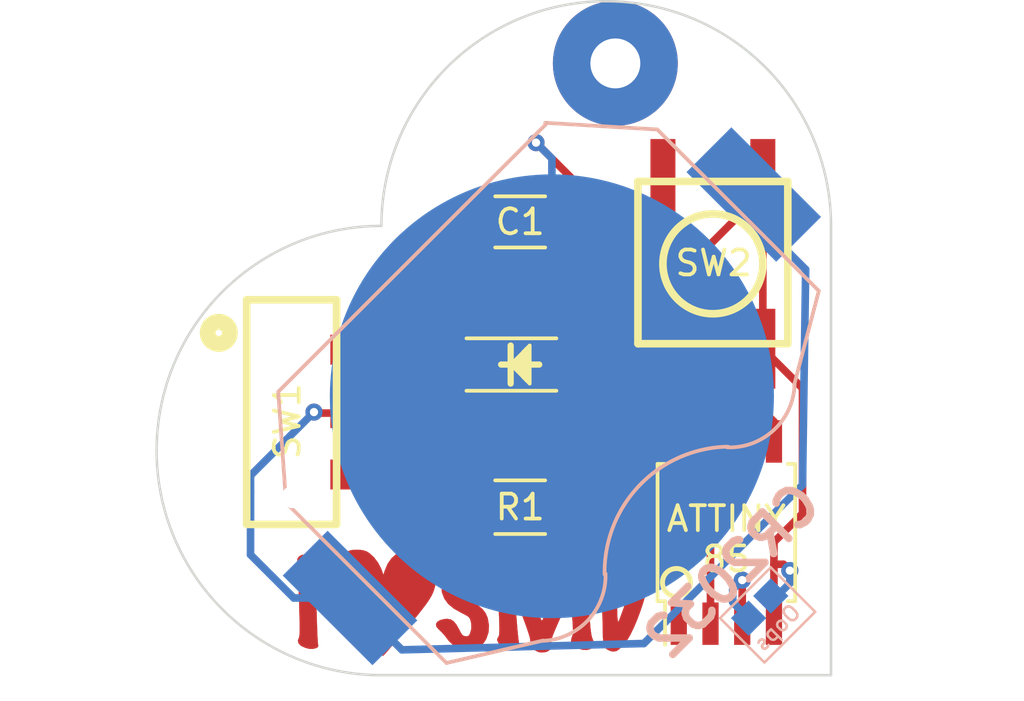
<source format=kicad_pcb>
(kicad_pcb (version 4) (host pcbnew 4.0.7)

  (general
    (links 15)
    (no_connects 1)
    (area 191.769999 76.199999 218.870001 103.300001)
    (thickness 1.6)
    (drawings 28)
    (tracks 87)
    (zones 0)
    (modules 11)
    (nets 11)
  )

  (page USLetter)
  (layers
    (0 F.Cu signal)
    (31 B.Cu signal)
    (34 B.Paste user)
    (35 F.Paste user)
    (36 B.SilkS user)
    (37 F.SilkS user hide)
    (38 B.Mask user)
    (39 F.Mask user)
    (40 Dwgs.User user)
    (44 Edge.Cuts user)
  )

  (setup
    (last_trace_width 0.4064)
    (user_trace_width 0.254)
    (user_trace_width 0.3048)
    (user_trace_width 0.4064)
    (user_trace_width 0.6096)
    (user_trace_width 2.032)
    (trace_clearance 0.1524)
    (zone_clearance 0.508)
    (zone_45_only no)
    (trace_min 0.1524)
    (segment_width 0.1)
    (edge_width 0.1)
    (via_size 0.6858)
    (via_drill 0.3302)
    (via_min_size 0.6858)
    (via_min_drill 0.3302)
    (user_via 1 0.5)
    (uvia_size 0.762)
    (uvia_drill 0.508)
    (uvias_allowed no)
    (uvia_min_size 0.508)
    (uvia_min_drill 0.127)
    (pcb_text_width 0.3)
    (pcb_text_size 1.5 1.5)
    (mod_edge_width 0.15)
    (mod_text_size 1 1)
    (mod_text_width 0.15)
    (pad_size 5 5)
    (pad_drill 2)
    (pad_to_mask_clearance 0)
    (aux_axis_origin 0 0)
    (grid_origin 210.82 95.25)
    (visible_elements 7FFFFBFF)
    (pcbplotparams
      (layerselection 0x010f0_80000001)
      (usegerberextensions true)
      (excludeedgelayer true)
      (linewidth 0.100000)
      (plotframeref false)
      (viasonmask false)
      (mode 1)
      (useauxorigin false)
      (hpglpennumber 1)
      (hpglpenspeed 20)
      (hpglpendiameter 15)
      (hpglpenoverlay 2)
      (psnegative false)
      (psa4output false)
      (plotreference true)
      (plotvalue true)
      (plotinvisibletext false)
      (padsonsilk false)
      (subtractmaskfromsilk false)
      (outputformat 1)
      (mirror false)
      (drillshape 0)
      (scaleselection 1)
      (outputdirectory gerbers/))
  )

  (net 0 "")
  (net 1 GND)
  (net 2 +BATT)
  (net 3 "Net-(BT1-Pad1)")
  (net 4 "Net-(D1-Pad1)")
  (net 5 "Net-(ATTINY1-Pad1)")
  (net 6 "Net-(ATTINY1-Pad2)")
  (net 7 "Net-(ATTINY1-Pad3)")
  (net 8 "Net-(ATTINY1-Pad5)")
  (net 9 "Net-(ATTINY1-Pad6)")
  (net 10 "Net-(ATTINY1-Pad7)")

  (net_class Default "This is the default net class."
    (clearance 0.1524)
    (trace_width 0.1524)
    (via_dia 0.6858)
    (via_drill 0.3302)
    (uvia_dia 0.762)
    (uvia_drill 0.508)
    (add_net +BATT)
    (add_net GND)
    (add_net "Net-(ATTINY1-Pad1)")
    (add_net "Net-(ATTINY1-Pad2)")
    (add_net "Net-(ATTINY1-Pad3)")
    (add_net "Net-(ATTINY1-Pad5)")
    (add_net "Net-(ATTINY1-Pad6)")
    (add_net "Net-(ATTINY1-Pad7)")
    (add_net "Net-(BT1-Pad1)")
    (add_net "Net-(D1-Pad1)")
  )

  (module myFootPrints:BATT_CR2032_SMD (layer B.Cu) (tedit 56CFB5D2) (tstamp 586093B2)
    (at 207.645 92.075 225)
    (tags battery)
    (path /56CFA61E)
    (fp_text reference BT1 (at 0 -5.08 225) (layer B.SilkS) hide
      (effects (font (size 1.72974 1.08712) (thickness 0.27178)) (justify mirror))
    )
    (fp_text value Battery (at 0 2.54 225) (layer B.SilkS) hide
      (effects (font (size 1.524 1.016) (thickness 0.254)) (justify mirror))
    )
    (fp_line (start -7.1755 -6.5405) (end -10.541 -4.572) (layer B.SilkS) (width 0.15))
    (fp_line (start 7.1755 -6.6675) (end 10.541 -4.572) (layer B.SilkS) (width 0.15))
    (fp_arc (start -5.4229 -4.6355) (end -3.5179 -6.4135) (angle -90) (layer B.SilkS) (width 0.15))
    (fp_arc (start 5.4102 -4.7625) (end 7.1882 -6.6675) (angle -90) (layer B.SilkS) (width 0.15))
    (fp_arc (start -0.0635 -10.033) (end -3.556 -6.4135) (angle -90) (layer B.SilkS) (width 0.15))
    (fp_line (start 7.62 7.874) (end 10.541 4.5085) (layer B.SilkS) (width 0.15))
    (fp_line (start -10.541 4.572) (end -7.5565 7.9375) (layer B.SilkS) (width 0.15))
    (fp_line (start -7.62 7.874) (end 7.62 7.874) (layer B.SilkS) (width 0.15))
    (fp_line (start -10.541 -4.572) (end -10.541 4.572) (layer B.SilkS) (width 0.15))
    (fp_line (start 10.541 -4.572) (end 10.541 4.572) (layer B.SilkS) (width 0.15))
    (fp_circle (center 0 0) (end -10.16 0) (layer Dwgs.User) (width 0.15))
    (pad 2 smd circle (at 0 0 225) (size 17.78 17.78) (layers B.Cu B.Paste B.Mask)
      (net 1 GND))
    (pad 1 smd rect (at -11.43 0 225) (size 2.54 5.08) (layers B.Cu B.Paste B.Mask)
      (net 3 "Net-(BT1-Pad1)"))
    (pad 1 smd rect (at 11.43 0 225) (size 2.54 5.08) (layers B.Cu B.Paste B.Mask)
      (net 3 "Net-(BT1-Pad1)"))
  )

  (module Pin_Headers:Pin_Header_Straight_1x01 (layer F.Cu) (tedit 5A2A157C) (tstamp 5A2A0E72)
    (at 215.519 100.965 45)
    (descr "Through hole pin header")
    (tags "pin header")
    (path /5A2A0FD5)
    (fp_text reference P2 (at 0 -1.27 45) (layer F.SilkS) hide
      (effects (font (size 1 1) (thickness 0.15)))
    )
    (fp_text value CONN_01X01 (at 0 0.762 45) (layer F.Fab)
      (effects (font (size 0.127 0.127) (thickness 0.03175)))
    )
    (pad 1 smd rect (at 0 0 45) (size 1 1) (layers B.Cu B.Paste B.Mask)
      (net 7 "Net-(ATTINY1-Pad3)"))
    (model Pin_Headers.3dshapes/Pin_Header_Straight_1x01.wrl
      (at (xyz 0 0 0))
      (scale (xyz 1 1 1))
      (rotate (xyz 0 0 90))
    )
  )

  (module Pin_Headers:Pin_Header_Straight_1x01 (layer F.Cu) (tedit 5A2A1594) (tstamp 5A2A0E77)
    (at 216.408 100.076 45)
    (descr "Through hole pin header")
    (tags "pin header")
    (path /5A2A100C)
    (fp_text reference P3 (at 0 -1.016 45) (layer F.SilkS) hide
      (effects (font (size 1 1) (thickness 0.15)))
    )
    (fp_text value CONN_01X01 (at 0 -0.762 45) (layer F.Fab)
      (effects (font (size 0.127 0.127) (thickness 0.03175)))
    )
    (pad 1 smd rect (at 0 0 45) (size 1 1) (layers B.Cu B.Paste B.Mask)
      (net 1 GND))
    (model Pin_Headers.3dshapes/Pin_Header_Straight_1x01.wrl
      (at (xyz 0 0 0))
      (scale (xyz 1 1 1))
      (rotate (xyz 0 0 90))
    )
  )

  (module Housings_SOIC:SOIJ-8_5.3x5.3mm_Pitch1.27mm (layer F.Cu) (tedit 5A2A11B7) (tstamp 58C47A99)
    (at 214.63 97.536 90)
    (descr "8-Lead Plastic Small Outline (SM) - Medium, 5.28 mm Body [SOIC] (see Microchip Packaging Specification 00000049BS.pdf)")
    (tags "SOIC 1.27")
    (path /58C478D3)
    (attr smd)
    (fp_text reference ATTINY1 (at 1.651 0 180) (layer F.SilkS) hide
      (effects (font (size 1 1) (thickness 0.15)))
    )
    (fp_text value ATTINY85 (at -0.254 0 180) (layer F.SilkS) hide
      (effects (font (size 1 1) (thickness 0.15)))
    )
    (fp_circle (center -2 -2) (end -2.25 -2.5) (layer F.SilkS) (width 0.2))
    (fp_line (start -4.75 -2.95) (end -4.75 2.95) (layer F.CrtYd) (width 0.05))
    (fp_line (start 4.75 -2.95) (end 4.75 2.95) (layer F.CrtYd) (width 0.05))
    (fp_line (start -4.75 -2.95) (end 4.75 -2.95) (layer F.CrtYd) (width 0.05))
    (fp_line (start -4.75 2.95) (end 4.75 2.95) (layer F.CrtYd) (width 0.05))
    (fp_line (start -2.75 -2.755) (end -2.75 -2.455) (layer F.SilkS) (width 0.15))
    (fp_line (start 2.75 -2.755) (end 2.75 -2.455) (layer F.SilkS) (width 0.15))
    (fp_line (start 2.75 2.755) (end 2.75 2.455) (layer F.SilkS) (width 0.15))
    (fp_line (start -2.75 2.755) (end -2.75 2.455) (layer F.SilkS) (width 0.15))
    (fp_line (start -2.75 -2.755) (end 2.75 -2.755) (layer F.SilkS) (width 0.15))
    (fp_line (start -2.75 2.755) (end 2.75 2.755) (layer F.SilkS) (width 0.15))
    (fp_line (start -2.75 -2.455) (end -4.5 -2.455) (layer F.SilkS) (width 0.15))
    (pad 1 smd rect (at -3.65 -1.905 90) (size 1.7 0.65) (layers F.Cu F.Paste F.Mask)
      (net 5 "Net-(ATTINY1-Pad1)"))
    (pad 2 smd rect (at -3.65 -0.635 90) (size 1.7 0.65) (layers F.Cu F.Paste F.Mask)
      (net 6 "Net-(ATTINY1-Pad2)"))
    (pad 3 smd rect (at -3.65 0.635 90) (size 1.7 0.65) (layers F.Cu F.Paste F.Mask)
      (net 7 "Net-(ATTINY1-Pad3)"))
    (pad 4 smd rect (at -3.65 1.905 90) (size 1.7 0.65) (layers F.Cu F.Paste F.Mask)
      (net 1 GND))
    (pad 5 smd rect (at 3.65 1.905 90) (size 1.7 0.65) (layers F.Cu F.Paste F.Mask)
      (net 8 "Net-(ATTINY1-Pad5)"))
    (pad 6 smd rect (at 3.65 0.635 90) (size 1.7 0.65) (layers F.Cu F.Paste F.Mask)
      (net 9 "Net-(ATTINY1-Pad6)"))
    (pad 7 smd rect (at 3.65 -0.635 90) (size 1.7 0.65) (layers F.Cu F.Paste F.Mask)
      (net 10 "Net-(ATTINY1-Pad7)"))
    (pad 8 smd rect (at 3.65 -1.905 90) (size 1.7 0.65) (layers F.Cu F.Paste F.Mask)
      (net 2 +BATT))
    (model Housings_SOIC.3dshapes/SOIJ-8_5.3x5.3mm_Pitch1.27mm.wrl
      (at (xyz 0 0 0))
      (scale (xyz 1 1 1))
      (rotate (xyz 0 0 0))
    )
  )

  (module LEDs:LED-1206 (layer F.Cu) (tedit 58C4D23A) (tstamp 58C47B3C)
    (at 206.375 90.805)
    (descr "LED 1206 smd package")
    (tags "LED1206 SMD")
    (path /58C49927)
    (attr smd)
    (fp_text reference D1 (at 0 -2) (layer F.SilkS) hide
      (effects (font (size 1 1) (thickness 0.15)))
    )
    (fp_text value LED (at 0 2) (layer F.Fab)
      (effects (font (size 1 1) (thickness 0.15)))
    )
    (fp_line (start -0.762 0) (end 0.762 0) (layer F.SilkS) (width 0.25))
    (fp_line (start -0.381 -0.762) (end -0.381 0.762) (layer F.SilkS) (width 0.25))
    (fp_line (start -0.635 0) (end -0.508 0) (layer F.SilkS) (width 0.15))
    (fp_line (start 0.254 0.635) (end 0.381 0.762) (layer F.SilkS) (width 0.15))
    (fp_line (start 0.254 -0.635) (end 0.381 -0.762) (layer F.SilkS) (width 0.15))
    (fp_line (start 0.381 -0.762) (end 0.381 0.762) (layer F.SilkS) (width 0.15))
    (fp_line (start 0.127 -0.508) (end 0.254 -0.635) (layer F.SilkS) (width 0.15))
    (fp_line (start 0.127 0.508) (end 0.254 0.635) (layer F.SilkS) (width 0.15))
    (fp_line (start 0.254 0.508) (end 0.254 0.635) (layer F.SilkS) (width 0.15))
    (fp_line (start 0.254 -0.635) (end 0.254 0.508) (layer F.SilkS) (width 0.15))
    (fp_line (start -2.15 1.05) (end 1.45 1.05) (layer F.SilkS) (width 0.15))
    (fp_line (start -2.15 -1.05) (end 1.45 -1.05) (layer F.SilkS) (width 0.15))
    (fp_line (start 0.027 -0.3) (end 0.027 0.3) (layer F.SilkS) (width 0.15))
    (fp_line (start 0.027 0.3) (end -0.273 0) (layer F.SilkS) (width 0.15))
    (fp_line (start -0.273 0) (end -0.073 -0.2) (layer F.SilkS) (width 0.15))
    (fp_line (start -0.073 -0.2) (end -0.073 0.05) (layer F.SilkS) (width 0.15))
    (fp_line (start -0.073 0.05) (end -0.123 0) (layer F.SilkS) (width 0.15))
    (fp_line (start 0.127 0) (end 0.627 0) (layer F.SilkS) (width 0.15))
    (fp_line (start -0.373 0) (end 0.127 -0.5) (layer F.SilkS) (width 0.15))
    (fp_line (start 0.127 -0.5) (end 0.127 0.5) (layer F.SilkS) (width 0.15))
    (fp_line (start 0.127 0.5) (end -0.373 0) (layer F.SilkS) (width 0.15))
    (fp_line (start 2.5 -1.25) (end -2.5 -1.25) (layer F.CrtYd) (width 0.05))
    (fp_line (start -2.5 -1.25) (end -2.5 1.25) (layer F.CrtYd) (width 0.05))
    (fp_line (start -2.5 1.25) (end 2.5 1.25) (layer F.CrtYd) (width 0.05))
    (fp_line (start 2.5 1.25) (end 2.5 -1.25) (layer F.CrtYd) (width 0.05))
    (pad 2 smd rect (at 1.905 0 180) (size 2 1.80086) (layers F.Cu F.Paste F.Mask)
      (net 8 "Net-(ATTINY1-Pad5)"))
    (pad 1 smd rect (at -1.905 0 180) (size 2 1.80086) (layers F.Cu F.Paste F.Mask)
      (net 4 "Net-(D1-Pad1)"))
    (model LEDs.3dshapes/LED_1206.wrl
      (at (xyz 0 0 0))
      (scale (xyz 1 1 1))
      (rotate (xyz 0 0 0))
    )
  )

  (module SPST_SMD (layer F.Cu) (tedit 58D85833) (tstamp 586092E3)
    (at 200.025 92.71 270)
    (descr "Through hole pin header")
    (tags "pin header")
    (path /5860A0CD)
    (fp_text reference SW1 (at 0.365 2.97 270) (layer F.SilkS)
      (effects (font (size 1 1) (thickness 0.15)))
    )
    (fp_text value SPST (at 0.1 0 270) (layer F.Fab)
      (effects (font (size 1 1) (thickness 0.15)))
    )
    (fp_line (start -4.5 4.6) (end 4.5 4.6) (layer F.SilkS) (width 0.3048))
    (fp_line (start 4.5 1) (end 4.5 4.6) (layer F.SilkS) (width 0.3048))
    (fp_line (start -4.5 1) (end -4.5 4.6) (layer F.SilkS) (width 0.3048))
    (fp_line (start -4.5 1) (end 4.5 1) (layer F.SilkS) (width 0.3048))
    (fp_text user JS102011SAQN (at 0 1.7 270) (layer F.Fab)
      (effects (font (size 0.8 0.8) (thickness 0.1)))
    )
    (fp_line (start -1.75 14.45) (end 4.3 14.45) (layer F.CrtYd) (width 0.05))
    (pad "" np_thru_hole circle (at 3.4 2.75 270) (size 0.9 0.9) (drill 0.9) (layers *.Cu *.Mask))
    (pad 1 smd rect (at -2.5 0 270) (size 1.2 2.5) (layers F.Cu F.Paste F.Mask)
      (net 2 +BATT))
    (pad 2 smd rect (at 0.04 0 270) (size 1.2 2.5) (layers F.Cu F.Paste F.Mask)
      (net 3 "Net-(BT1-Pad1)"))
    (pad 3 smd rect (at 2.5 0 270) (size 1.2 2.5) (layers F.Cu F.Paste F.Mask))
    (pad "" np_thru_hole circle (at -3.4 2.75 270) (size 0.9 0.9) (drill 0.9) (layers *.Cu *.Mask))
  )

  (module Pin_Headers:Pin_Header_Straight_1x01 (layer F.Cu) (tedit 5AE5BA91) (tstamp 5860AB5B)
    (at 210.185 78.74)
    (descr "Through hole pin header")
    (tags "pin header")
    (path /5860AE9A)
    (fp_text reference P1 (at -0.6 -0.5) (layer F.SilkS) hide
      (effects (font (size 0.127 0.127) (thickness 0.03175)))
    )
    (fp_text value CONN_01X01 (at 0 0.9) (layer F.Fab)
      (effects (font (size 0.127 0.127) (thickness 0.03175)))
    )
    (pad "" thru_hole circle (at 0 0) (size 5 5) (drill 2) (layers *.Cu B.Mask))
  )

  (module Capacitors_SMD:C_1206_HandSoldering (layer F.Cu) (tedit 58C47DA8) (tstamp 58C47A8D)
    (at 206.375 85.09 180)
    (descr "Capacitor SMD 1206, hand soldering")
    (tags "capacitor 1206")
    (path /553FDF53)
    (attr smd)
    (fp_text reference C1 (at 0 0 180) (layer F.SilkS)
      (effects (font (size 1 1) (thickness 0.15)))
    )
    (fp_text value "0.1 uF" (at 0 2.3 180) (layer F.Fab)
      (effects (font (size 1 1) (thickness 0.15)))
    )
    (fp_line (start -3.3 -1.15) (end 3.3 -1.15) (layer F.CrtYd) (width 0.05))
    (fp_line (start -3.3 1.15) (end 3.3 1.15) (layer F.CrtYd) (width 0.05))
    (fp_line (start -3.3 -1.15) (end -3.3 1.15) (layer F.CrtYd) (width 0.05))
    (fp_line (start 3.3 -1.15) (end 3.3 1.15) (layer F.CrtYd) (width 0.05))
    (fp_line (start 1 -1.025) (end -1 -1.025) (layer F.SilkS) (width 0.15))
    (fp_line (start -1 1.025) (end 1 1.025) (layer F.SilkS) (width 0.15))
    (pad 1 smd rect (at -2 0 180) (size 2 1.6) (layers F.Cu F.Paste F.Mask)
      (net 1 GND))
    (pad 2 smd rect (at 2 0 180) (size 2 1.6) (layers F.Cu F.Paste F.Mask)
      (net 2 +BATT))
    (model Capacitors_SMD.3dshapes/C_1206_HandSoldering.wrl
      (at (xyz 0 0 0))
      (scale (xyz 1 1 1))
      (rotate (xyz 0 0 0))
    )
  )

  (module Resistors_SMD:R_1206_HandSoldering (layer F.Cu) (tedit 58C47DAE) (tstamp 58C47A9F)
    (at 206.375 96.52)
    (descr "Resistor SMD 1206, hand soldering")
    (tags "resistor 1206")
    (path /56CEB2B5)
    (attr smd)
    (fp_text reference R1 (at 0 0) (layer F.SilkS)
      (effects (font (size 1 1) (thickness 0.15)))
    )
    (fp_text value 330 (at 0 2.3) (layer F.Fab)
      (effects (font (size 1 1) (thickness 0.15)))
    )
    (fp_line (start -3.3 -1.2) (end 3.3 -1.2) (layer F.CrtYd) (width 0.05))
    (fp_line (start -3.3 1.2) (end 3.3 1.2) (layer F.CrtYd) (width 0.05))
    (fp_line (start -3.3 -1.2) (end -3.3 1.2) (layer F.CrtYd) (width 0.05))
    (fp_line (start 3.3 -1.2) (end 3.3 1.2) (layer F.CrtYd) (width 0.05))
    (fp_line (start 1 1.075) (end -1 1.075) (layer F.SilkS) (width 0.15))
    (fp_line (start -1 -1.075) (end 1 -1.075) (layer F.SilkS) (width 0.15))
    (pad 1 smd rect (at -2 0) (size 2 1.7) (layers F.Cu F.Paste F.Mask)
      (net 4 "Net-(D1-Pad1)"))
    (pad 2 smd rect (at 2 0) (size 2 1.7) (layers F.Cu F.Paste F.Mask)
      (net 9 "Net-(ATTINY1-Pad6)"))
    (model Resistors_SMD.3dshapes/R_1206_HandSoldering.wrl
      (at (xyz 0 0 0))
      (scale (xyz 1 1 1))
      (rotate (xyz 0 0 0))
    )
  )

  (module myFootPrints:SW_SMD_PUSH (layer F.Cu) (tedit 5A2A1ABD) (tstamp 5A2A110C)
    (at 212.09 90.17 90)
    (descr "Through hole pin header")
    (tags "pin header")
    (path /58609F3B)
    (fp_text reference SW2 (at 3.429 2.032 180) (layer F.SilkS)
      (effects (font (size 1 1) (thickness 0.15)))
    )
    (fp_text value SW_PUSH (at 0 -3.1 90) (layer F.Fab)
      (effects (font (size 1 1) (thickness 0.15)))
    )
    (fp_circle (center 3.4 2) (end 3.4 0) (layer F.SilkS) (width 0.3048))
    (fp_line (start 6.7 5) (end 6.7 -1) (layer F.SilkS) (width 0.3048))
    (fp_line (start 0.2 -1) (end 0.2 5) (layer F.SilkS) (width 0.3048))
    (fp_line (start 0.2 5) (end 6.7 5) (layer F.SilkS) (width 0.3048))
    (fp_line (start 0.2 -1) (end 6.7 -1) (layer F.SilkS) (width 0.3048))
    (fp_line (start -1.75 -1.75) (end -1.75 14.45) (layer F.CrtYd) (width 0.05))
    (fp_line (start 4.3 -1.75) (end 4.3 14.45) (layer F.CrtYd) (width 0.05))
    (fp_line (start -1.75 -1.75) (end 4.3 -1.75) (layer F.CrtYd) (width 0.05))
    (fp_line (start -1.75 14.45) (end 4.3 14.45) (layer F.CrtYd) (width 0.05))
    (pad 2 smd rect (at 6.8 4 90) (size 3.2 1) (layers F.Cu F.Paste F.Mask)
      (net 1 GND))
    (pad 1 smd rect (at 6.8 0 90) (size 3.2 1) (layers F.Cu F.Paste F.Mask)
      (net 6 "Net-(ATTINY1-Pad2)"))
    (pad 1 smd rect (at 0 0 90) (size 3.2 1) (layers F.Cu F.Paste F.Mask)
      (net 6 "Net-(ATTINY1-Pad2)"))
    (pad 2 smd rect (at 0 4 90) (size 3.2 1) (layers F.Cu F.Paste F.Mask)
      (net 1 GND))
    (model Pin_Headers.3dshapes/Pin_Header_Straight_2x06.wrl
      (at (xyz 0.05 -0.25 0))
      (scale (xyz 1 1 1))
      (rotate (xyz 0 0 90))
    )
  )

  (module footprints:IheartSMD (layer F.Cu) (tedit 0) (tstamp 5AE5BD4C)
    (at 204.47 100.33)
    (fp_text reference G*** (at 0 0) (layer F.SilkS) hide
      (effects (font (thickness 0.3)))
    )
    (fp_text value LOGO (at 0.75 0) (layer F.SilkS) hide
      (effects (font (thickness 0.3)))
    )
    (fp_poly (pts (xy -2.34405 -2.096245) (xy -2.105224 -2.02035) (xy -1.879461 -1.87745) (xy -1.67627 -1.665485)
      (xy -1.672077 -1.659965) (xy -1.535728 -1.428984) (xy -1.466826 -1.179985) (xy -1.462632 -0.900188)
      (xy -1.480305 -0.765648) (xy -1.506685 -0.630011) (xy -1.540934 -0.503324) (xy -1.587938 -0.377969)
      (xy -1.652583 -0.246325) (xy -1.739753 -0.100773) (xy -1.854334 0.066306) (xy -2.001212 0.26253)
      (xy -2.185271 0.495519) (xy -2.411397 0.772893) (xy -2.65632 1.068462) (xy -2.863883 1.316796)
      (xy -3.056151 1.544929) (xy -3.227337 1.746142) (xy -3.371657 1.913715) (xy -3.483327 2.040929)
      (xy -3.55656 2.121066) (xy -3.585338 2.147469) (xy -3.616012 2.117825) (xy -3.690038 2.034352)
      (xy -3.801593 1.903968) (xy -3.944854 1.733589) (xy -4.114 1.530133) (xy -4.303208 1.300517)
      (xy -4.474308 1.091353) (xy -4.682749 0.833626) (xy -4.880586 0.585062) (xy -5.060943 0.354598)
      (xy -5.216944 0.151173) (xy -5.34171 -0.016276) (xy -5.428366 -0.13881) (xy -5.462934 -0.193553)
      (xy -5.575671 -0.442679) (xy -5.651356 -0.710052) (xy -5.68505 -0.970983) (xy -5.671813 -1.200783)
      (xy -5.668122 -1.219233) (xy -5.570242 -1.503796) (xy -5.409772 -1.744798) (xy -5.251857 -1.892196)
      (xy -5.056812 -2.018715) (xy -4.866654 -2.087112) (xy -4.650419 -2.106675) (xy -4.549401 -2.10289)
      (xy -4.38003 -2.082879) (xy -4.251303 -2.040775) (xy -4.13585 -1.971583) (xy -3.949099 -1.803253)
      (xy -3.782896 -1.584088) (xy -3.657219 -1.341409) (xy -3.638259 -1.291192) (xy -3.5686 -1.093389)
      (xy -3.518915 -1.259848) (xy -3.401368 -1.54273) (xy -3.239839 -1.770965) (xy -3.043835 -1.942494)
      (xy -2.822863 -2.055257) (xy -2.586433 -2.107194) (xy -2.34405 -2.096245)) (layer F.Cu) (width 0.01))
    (fp_poly (pts (xy 4.210181 -1.942334) (xy 4.354907 -1.898655) (xy 4.509585 -1.8085) (xy 4.610951 -1.696348)
      (xy 4.652707 -1.574999) (xy 4.628556 -1.457256) (xy 4.595388 -1.409846) (xy 4.581052 -1.384052)
      (xy 4.571272 -1.338764) (xy 4.566268 -1.266233) (xy 4.566261 -1.158706) (xy 4.571472 -1.008433)
      (xy 4.582122 -0.807662) (xy 4.598431 -0.548642) (xy 4.620622 -0.223622) (xy 4.635014 -0.019538)
      (xy 4.661576 0.347706) (xy 4.684425 0.645637) (xy 4.704585 0.882954) (xy 4.723077 1.068352)
      (xy 4.740923 1.210532) (xy 4.759146 1.318189) (xy 4.778769 1.400021) (xy 4.800814 1.464727)
      (xy 4.812779 1.492748) (xy 4.86011 1.604073) (xy 4.874765 1.673783) (xy 4.858609 1.73037)
      (xy 4.831274 1.775435) (xy 4.727443 1.867301) (xy 4.579917 1.910188) (xy 4.406042 1.903922)
      (xy 4.223164 1.848332) (xy 4.103179 1.782706) (xy 3.983992 1.677881) (xy 3.938703 1.562564)
      (xy 3.963135 1.422748) (xy 3.982132 1.376791) (xy 4.003807 1.317943) (xy 4.016854 1.247058)
      (xy 4.021452 1.150344) (xy 4.017776 1.014007) (xy 4.006003 0.824256) (xy 3.991631 0.63433)
      (xy 3.969436 0.343476) (xy 3.951134 0.123274) (xy 3.932095 -0.02632) (xy 3.90769 -0.105355)
      (xy 3.873292 -0.113877) (xy 3.824271 -0.051932) (xy 3.755999 0.080433) (xy 3.663846 0.283171)
      (xy 3.543184 0.556235) (xy 3.510691 0.629481) (xy 3.388617 0.905519) (xy 3.295606 1.120487)
      (xy 3.22816 1.284362) (xy 3.182779 1.407121) (xy 3.155967 1.498742) (xy 3.144223 1.5692)
      (xy 3.144049 1.628474) (xy 3.148128 1.663394) (xy 3.157036 1.778047) (xy 3.133809 1.852855)
      (xy 3.083401 1.909807) (xy 2.998885 1.969379) (xy 2.926596 1.992923) (xy 2.836247 2.001972)
      (xy 2.806965 2.008896) (xy 2.735111 2.009803) (xy 2.633855 1.989851) (xy 2.631163 1.98908)
      (xy 2.495802 1.920102) (xy 2.387776 1.81079) (xy 2.32431 1.683267) (xy 2.316829 1.585344)
      (xy 2.313086 1.512089) (xy 2.285363 1.390157) (xy 2.231922 1.213828) (xy 2.151025 0.977378)
      (xy 2.040931 0.675086) (xy 2.036923 0.664308) (xy 1.938752 0.40259) (xy 1.863553 0.208096)
      (xy 1.808302 0.074349) (xy 1.769975 -0.00513) (xy 1.745546 -0.036821) (xy 1.731991 -0.0272)
      (xy 1.727307 0.00118) (xy 1.726457 0.088072) (xy 1.73201 0.23249) (xy 1.742731 0.419067)
      (xy 1.757384 0.632437) (xy 1.774733 0.857233) (xy 1.793542 1.07809) (xy 1.812575 1.279639)
      (xy 1.830597 1.446516) (xy 1.846371 1.563353) (xy 1.856776 1.611074) (xy 1.850116 1.689328)
      (xy 1.789813 1.776366) (xy 1.695651 1.85421) (xy 1.587414 1.904882) (xy 1.522557 1.91477)
      (xy 1.362158 1.882289) (xy 1.201376 1.797514) (xy 1.071842 1.679447) (xy 1.0319 1.620012)
      (xy 0.989323 1.530362) (xy 0.986847 1.469528) (xy 1.023841 1.399627) (xy 1.028116 1.393074)
      (xy 1.045638 1.361348) (xy 1.058987 1.320474) (xy 1.068212 1.262057) (xy 1.07336 1.177702)
      (xy 1.074479 1.059016) (xy 1.071618 0.897605) (xy 1.064824 0.685073) (xy 1.054145 0.413028)
      (xy 1.039629 0.073075) (xy 1.036102 -0.007605) (xy 1.019704 -0.352791) (xy 1.002199 -0.668962)
      (xy 0.984253 -0.946912) (xy 0.966532 -1.177432) (xy 0.9497 -1.351314) (xy 0.934422 -1.459349)
      (xy 0.929803 -1.479092) (xy 0.902461 -1.586355) (xy 0.905961 -1.651164) (xy 0.947559 -1.705573)
      (xy 0.989516 -1.742861) (xy 1.11924 -1.813726) (xy 1.276952 -1.840572) (xy 1.44522 -1.828416)
      (xy 1.606611 -1.782277) (xy 1.743692 -1.707175) (xy 1.839031 -1.608128) (xy 1.875194 -1.490154)
      (xy 1.875195 -1.48788) (xy 1.889061 -1.432449) (xy 1.927988 -1.318218) (xy 1.987643 -1.155951)
      (xy 2.063688 -0.956414) (xy 2.151789 -0.730373) (xy 2.247611 -0.488593) (xy 2.346818 -0.241838)
      (xy 2.445074 -0.000876) (xy 2.538044 0.223529) (xy 2.621394 0.420612) (xy 2.690786 0.579607)
      (xy 2.741886 0.689749) (xy 2.770359 0.740272) (xy 2.773341 0.74233) (xy 2.797641 0.707698)
      (xy 2.846672 0.610777) (xy 2.916109 0.46183) (xy 3.001627 0.271121) (xy 3.098901 0.048913)
      (xy 3.203606 -0.194531) (xy 3.311417 -0.448948) (xy 3.418009 -0.704075) (xy 3.519058 -0.949648)
      (xy 3.610237 -1.175404) (xy 3.687223 -1.37108) (xy 3.74569 -1.526414) (xy 3.781314 -1.631141)
      (xy 3.790461 -1.671302) (xy 3.822869 -1.806741) (xy 3.911858 -1.900375) (xy 4.045079 -1.947231)
      (xy 4.210181 -1.942334)) (layer F.Cu) (width 0.01))
    (fp_poly (pts (xy 6.611152 -1.865882) (xy 6.768849 -1.761157) (xy 6.916401 -1.590471) (xy 6.945923 -1.547851)
      (xy 7.025612 -1.412648) (xy 7.063559 -1.291976) (xy 7.072923 -1.150907) (xy 7.055285 -0.924379)
      (xy 7.005674 -0.644287) (xy 6.929042 -0.325947) (xy 6.830339 0.015324) (xy 6.714518 0.36421)
      (xy 6.58653 0.705395) (xy 6.451328 1.023562) (xy 6.313862 1.303394) (xy 6.234125 1.443614)
      (xy 6.144558 1.574225) (xy 6.037521 1.705783) (xy 5.9277 1.822894) (xy 5.82978 1.910163)
      (xy 5.758446 1.952196) (xy 5.747391 1.953847) (xy 5.679798 1.965695) (xy 5.65958 1.97196)
      (xy 5.58984 1.969808) (xy 5.493372 1.939564) (xy 5.490307 1.938222) (xy 5.404553 1.897661)
      (xy 5.339203 1.854595) (xy 5.291255 1.798295) (xy 5.257705 1.718032) (xy 5.235552 1.603077)
      (xy 5.221792 1.442701) (xy 5.213422 1.226174) (xy 5.207441 0.942768) (xy 5.207147 0.926493)
      (xy 5.199974 0.594325) (xy 5.190449 0.254891) (xy 5.179064 -0.081148) (xy 5.166307 -0.40313)
      (xy 5.152668 -0.700395) (xy 5.138637 -0.962283) (xy 5.132537 -1.056781) (xy 5.783384 -1.056781)
      (xy 5.783384 -0.199432) (xy 5.784524 0.120145) (xy 5.788206 0.36829) (xy 5.794827 0.551695)
      (xy 5.804782 0.677053) (xy 5.818468 0.751057) (xy 5.836279 0.780398) (xy 5.841398 0.781539)
      (xy 5.857413 0.746785) (xy 5.89456 0.65099) (xy 5.948084 0.506858) (xy 6.013233 0.327089)
      (xy 6.049789 0.224693) (xy 6.170786 -0.122019) (xy 6.2647 -0.406164) (xy 6.334202 -0.637446)
      (xy 6.381963 -0.825565) (xy 6.410655 -0.980226) (xy 6.422948 -1.111129) (xy 6.423632 -1.13323)
      (xy 6.422684 -1.258376) (xy 6.408739 -1.325289) (xy 6.375296 -1.353618) (xy 6.348764 -1.359522)
      (xy 6.278291 -1.344743) (xy 6.167015 -1.295181) (xy 6.037911 -1.22122) (xy 6.026379 -1.213836)
      (xy 5.783384 -1.056781) (xy 5.132537 -1.056781) (xy 5.124702 -1.178131) (xy 5.111355 -1.33728)
      (xy 5.099083 -1.429069) (xy 5.098956 -1.429663) (xy 5.091105 -1.515274) (xy 5.122008 -1.58235)
      (xy 5.201495 -1.65836) (xy 5.294825 -1.726139) (xy 5.380789 -1.751003) (xy 5.49977 -1.74412)
      (xy 5.507835 -1.743074) (xy 5.642889 -1.738311) (xy 5.790445 -1.763592) (xy 5.95923 -1.816398)
      (xy 6.218137 -1.890292) (xy 6.431513 -1.907857) (xy 6.611152 -1.865882)) (layer F.Cu) (width 0.01))
    (fp_poly (pts (xy -0.08157 -1.924859) (xy 0.119595 -1.818609) (xy 0.279311 -1.647326) (xy 0.396236 -1.412426)
      (xy 0.466339 -1.132373) (xy 0.500202 -0.862655) (xy 0.501546 -0.65965) (xy 0.468366 -0.518122)
      (xy 0.398658 -0.432833) (xy 0.290417 -0.398547) (xy 0.187007 -0.402567) (xy 0.022986 -0.458462)
      (xy -0.107678 -0.566887) (xy -0.193914 -0.710176) (xy -0.22465 -0.870663) (xy -0.196209 -1.014011)
      (xy -0.167136 -1.109175) (xy -0.181089 -1.172167) (xy -0.195414 -1.191881) (xy -0.278029 -1.245413)
      (xy -0.369251 -1.232389) (xy -0.45776 -1.161828) (xy -0.532239 -1.042744) (xy -0.581313 -0.884458)
      (xy -0.600584 -0.68899) (xy -0.574129 -0.522805) (xy -0.495226 -0.375621) (xy -0.357152 -0.237156)
      (xy -0.153185 -0.097128) (xy -0.0149 -0.018128) (xy 0.223532 0.127163) (xy 0.396984 0.271723)
      (xy 0.51748 0.428179) (xy 0.597046 0.609158) (xy 0.604015 0.631773) (xy 0.655343 0.924217)
      (xy 0.636198 1.206319) (xy 0.548448 1.466012) (xy 0.450415 1.623815) (xy 0.286878 1.776761)
      (xy 0.079863 1.875382) (xy -0.154297 1.915659) (xy -0.399267 1.89357) (xy -0.512491 1.860858)
      (xy -0.748329 1.740098) (xy -0.946 1.556863) (xy -1.022725 1.45561) (xy -1.121166 1.327126)
      (xy -1.230147 1.205768) (xy -1.27831 1.15977) (xy -1.368909 1.071732) (xy -1.43624 0.991383)
      (xy -1.448715 0.971564) (xy -1.465512 0.873525) (xy -1.414822 0.786441) (xy -1.307233 0.717766)
      (xy -1.153334 0.674957) (xy -1.012348 0.664308) (xy -0.876932 0.686654) (xy -0.758934 0.759596)
      (xy -0.648527 0.891984) (xy -0.535883 1.092672) (xy -0.535153 1.094154) (xy -0.465871 1.228004)
      (xy -0.41207 1.306136) (xy -0.358451 1.34467) (xy -0.289713 1.359726) (xy -0.282378 1.360469)
      (xy -0.194043 1.359893) (xy -0.141119 1.322752) (xy -0.096762 1.234724) (xy -0.046514 1.054309)
      (xy -0.050882 0.865654) (xy -0.080832 0.730435) (xy -0.105883 0.658031) (xy -0.144138 0.601611)
      (xy -0.210683 0.54875) (xy -0.320602 0.487023) (xy -0.46023 0.417902) (xy -0.755259 0.249762)
      (xy -0.977739 0.06329) (xy -1.132413 -0.14826) (xy -1.224021 -0.391633) (xy -1.257305 -0.673574)
      (xy -1.257581 -0.71638) (xy -1.228979 -1.026375) (xy -1.150871 -1.305792) (xy -1.029403 -1.546426)
      (xy -0.870719 -1.740071) (xy -0.680962 -1.878524) (xy -0.466276 -1.953578) (xy -0.322842 -1.964662)
      (xy -0.08157 -1.924859)) (layer F.Cu) (width 0.01))
    (fp_poly (pts (xy -6.518611 -1.882257) (xy -6.409155 -1.83689) (xy -6.276787 -1.754816) (xy -6.213258 -1.670643)
      (xy -6.210551 -1.568093) (xy -6.236569 -1.486461) (xy -6.251088 -1.43895) (xy -6.262123 -1.372811)
      (xy -6.269766 -1.28017) (xy -6.274107 -1.153157) (xy -6.275237 -0.983901) (xy -6.273246 -0.76453)
      (xy -6.268226 -0.487173) (xy -6.260268 -0.143958) (xy -6.254608 0.078154) (xy -6.245346 0.41081)
      (xy -6.235495 0.724) (xy -6.225449 1.00785) (xy -6.215604 1.252481) (xy -6.206357 1.448018)
      (xy -6.198102 1.584584) (xy -6.1916 1.65037) (xy -6.180359 1.748638) (xy -6.20133 1.800393)
      (xy -6.266818 1.834698) (xy -6.270189 1.835985) (xy -6.406266 1.868926) (xy -6.552799 1.859856)
      (xy -6.691624 1.823843) (xy -6.862868 1.747438) (xy -6.964249 1.649742) (xy -6.993148 1.534965)
      (xy -6.948992 1.410561) (xy -6.936851 1.371172) (xy -6.928407 1.293703) (xy -6.923653 1.17199)
      (xy -6.922584 0.999871) (xy -6.925194 0.771185) (xy -6.931478 0.479767) (xy -6.941429 0.119456)
      (xy -6.947627 -0.083601) (xy -6.958527 -0.414351) (xy -6.969819 -0.72455) (xy -6.98107 -1.004507)
      (xy -6.991847 -1.244531) (xy -7.001715 -1.434928) (xy -7.010242 -1.566007) (xy -7.016649 -1.626487)
      (xy -7.01007 -1.750297) (xy -6.943571 -1.842421) (xy -6.830558 -1.898219) (xy -6.684436 -1.913045)
      (xy -6.518611 -1.882257)) (layer F.Cu) (width 0.01))
    (fp_poly (pts (xy -2.34405 -2.096245) (xy -2.105224 -2.02035) (xy -1.879461 -1.87745) (xy -1.67627 -1.665485)
      (xy -1.672077 -1.659965) (xy -1.535728 -1.428984) (xy -1.466826 -1.179985) (xy -1.462632 -0.900188)
      (xy -1.480305 -0.765648) (xy -1.506685 -0.630011) (xy -1.540934 -0.503324) (xy -1.587938 -0.377969)
      (xy -1.652583 -0.246325) (xy -1.739753 -0.100773) (xy -1.854334 0.066306) (xy -2.001212 0.26253)
      (xy -2.185271 0.495519) (xy -2.411397 0.772893) (xy -2.65632 1.068462) (xy -2.863883 1.316796)
      (xy -3.056151 1.544929) (xy -3.227337 1.746142) (xy -3.371657 1.913715) (xy -3.483327 2.040929)
      (xy -3.55656 2.121066) (xy -3.585338 2.147469) (xy -3.616012 2.117825) (xy -3.690038 2.034352)
      (xy -3.801593 1.903968) (xy -3.944854 1.733589) (xy -4.114 1.530133) (xy -4.303208 1.300517)
      (xy -4.474308 1.091353) (xy -4.682749 0.833626) (xy -4.880586 0.585062) (xy -5.060943 0.354598)
      (xy -5.216944 0.151173) (xy -5.34171 -0.016276) (xy -5.428366 -0.13881) (xy -5.462934 -0.193553)
      (xy -5.575671 -0.442679) (xy -5.651356 -0.710052) (xy -5.68505 -0.970983) (xy -5.671813 -1.200783)
      (xy -5.668122 -1.219233) (xy -5.570242 -1.503796) (xy -5.409772 -1.744798) (xy -5.251857 -1.892196)
      (xy -5.056812 -2.018715) (xy -4.866654 -2.087112) (xy -4.650419 -2.106675) (xy -4.549401 -2.10289)
      (xy -4.38003 -2.082879) (xy -4.251303 -2.040775) (xy -4.13585 -1.971583) (xy -3.949099 -1.803253)
      (xy -3.782896 -1.584088) (xy -3.657219 -1.341409) (xy -3.638259 -1.291192) (xy -3.5686 -1.093389)
      (xy -3.518915 -1.259848) (xy -3.401368 -1.54273) (xy -3.239839 -1.770965) (xy -3.043835 -1.942494)
      (xy -2.822863 -2.055257) (xy -2.586433 -2.107194) (xy -2.34405 -2.096245)) (layer F.Mask) (width 0.01))
    (fp_poly (pts (xy 4.210181 -1.942334) (xy 4.354907 -1.898655) (xy 4.509585 -1.8085) (xy 4.610951 -1.696348)
      (xy 4.652707 -1.574999) (xy 4.628556 -1.457256) (xy 4.595388 -1.409846) (xy 4.581052 -1.384052)
      (xy 4.571272 -1.338764) (xy 4.566268 -1.266233) (xy 4.566261 -1.158706) (xy 4.571472 -1.008433)
      (xy 4.582122 -0.807662) (xy 4.598431 -0.548642) (xy 4.620622 -0.223622) (xy 4.635014 -0.019538)
      (xy 4.661576 0.347706) (xy 4.684425 0.645637) (xy 4.704585 0.882954) (xy 4.723077 1.068352)
      (xy 4.740923 1.210532) (xy 4.759146 1.318189) (xy 4.778769 1.400021) (xy 4.800814 1.464727)
      (xy 4.812779 1.492748) (xy 4.86011 1.604073) (xy 4.874765 1.673783) (xy 4.858609 1.73037)
      (xy 4.831274 1.775435) (xy 4.727443 1.867301) (xy 4.579917 1.910188) (xy 4.406042 1.903922)
      (xy 4.223164 1.848332) (xy 4.103179 1.782706) (xy 3.983992 1.677881) (xy 3.938703 1.562564)
      (xy 3.963135 1.422748) (xy 3.982132 1.376791) (xy 4.003807 1.317943) (xy 4.016854 1.247058)
      (xy 4.021452 1.150344) (xy 4.017776 1.014007) (xy 4.006003 0.824256) (xy 3.991631 0.63433)
      (xy 3.969436 0.343476) (xy 3.951134 0.123274) (xy 3.932095 -0.02632) (xy 3.90769 -0.105355)
      (xy 3.873292 -0.113877) (xy 3.824271 -0.051932) (xy 3.755999 0.080433) (xy 3.663846 0.283171)
      (xy 3.543184 0.556235) (xy 3.510691 0.629481) (xy 3.388617 0.905519) (xy 3.295606 1.120487)
      (xy 3.22816 1.284362) (xy 3.182779 1.407121) (xy 3.155967 1.498742) (xy 3.144223 1.5692)
      (xy 3.144049 1.628474) (xy 3.148128 1.663394) (xy 3.157036 1.778047) (xy 3.133809 1.852855)
      (xy 3.083401 1.909807) (xy 2.998885 1.969379) (xy 2.926596 1.992923) (xy 2.836247 2.001972)
      (xy 2.806965 2.008896) (xy 2.735111 2.009803) (xy 2.633855 1.989851) (xy 2.631163 1.98908)
      (xy 2.495802 1.920102) (xy 2.387776 1.81079) (xy 2.32431 1.683267) (xy 2.316829 1.585344)
      (xy 2.313086 1.512089) (xy 2.285363 1.390157) (xy 2.231922 1.213828) (xy 2.151025 0.977378)
      (xy 2.040931 0.675086) (xy 2.036923 0.664308) (xy 1.938752 0.40259) (xy 1.863553 0.208096)
      (xy 1.808302 0.074349) (xy 1.769975 -0.00513) (xy 1.745546 -0.036821) (xy 1.731991 -0.0272)
      (xy 1.727307 0.00118) (xy 1.726457 0.088072) (xy 1.73201 0.23249) (xy 1.742731 0.419067)
      (xy 1.757384 0.632437) (xy 1.774733 0.857233) (xy 1.793542 1.07809) (xy 1.812575 1.279639)
      (xy 1.830597 1.446516) (xy 1.846371 1.563353) (xy 1.856776 1.611074) (xy 1.850116 1.689328)
      (xy 1.789813 1.776366) (xy 1.695651 1.85421) (xy 1.587414 1.904882) (xy 1.522557 1.91477)
      (xy 1.362158 1.882289) (xy 1.201376 1.797514) (xy 1.071842 1.679447) (xy 1.0319 1.620012)
      (xy 0.989323 1.530362) (xy 0.986847 1.469528) (xy 1.023841 1.399627) (xy 1.028116 1.393074)
      (xy 1.045638 1.361348) (xy 1.058987 1.320474) (xy 1.068212 1.262057) (xy 1.07336 1.177702)
      (xy 1.074479 1.059016) (xy 1.071618 0.897605) (xy 1.064824 0.685073) (xy 1.054145 0.413028)
      (xy 1.039629 0.073075) (xy 1.036102 -0.007605) (xy 1.019704 -0.352791) (xy 1.002199 -0.668962)
      (xy 0.984253 -0.946912) (xy 0.966532 -1.177432) (xy 0.9497 -1.351314) (xy 0.934422 -1.459349)
      (xy 0.929803 -1.479092) (xy 0.902461 -1.586355) (xy 0.905961 -1.651164) (xy 0.947559 -1.705573)
      (xy 0.989516 -1.742861) (xy 1.11924 -1.813726) (xy 1.276952 -1.840572) (xy 1.44522 -1.828416)
      (xy 1.606611 -1.782277) (xy 1.743692 -1.707175) (xy 1.839031 -1.608128) (xy 1.875194 -1.490154)
      (xy 1.875195 -1.48788) (xy 1.889061 -1.432449) (xy 1.927988 -1.318218) (xy 1.987643 -1.155951)
      (xy 2.063688 -0.956414) (xy 2.151789 -0.730373) (xy 2.247611 -0.488593) (xy 2.346818 -0.241838)
      (xy 2.445074 -0.000876) (xy 2.538044 0.223529) (xy 2.621394 0.420612) (xy 2.690786 0.579607)
      (xy 2.741886 0.689749) (xy 2.770359 0.740272) (xy 2.773341 0.74233) (xy 2.797641 0.707698)
      (xy 2.846672 0.610777) (xy 2.916109 0.46183) (xy 3.001627 0.271121) (xy 3.098901 0.048913)
      (xy 3.203606 -0.194531) (xy 3.311417 -0.448948) (xy 3.418009 -0.704075) (xy 3.519058 -0.949648)
      (xy 3.610237 -1.175404) (xy 3.687223 -1.37108) (xy 3.74569 -1.526414) (xy 3.781314 -1.631141)
      (xy 3.790461 -1.671302) (xy 3.822869 -1.806741) (xy 3.911858 -1.900375) (xy 4.045079 -1.947231)
      (xy 4.210181 -1.942334)) (layer F.Mask) (width 0.01))
    (fp_poly (pts (xy 6.611152 -1.865882) (xy 6.768849 -1.761157) (xy 6.916401 -1.590471) (xy 6.945923 -1.547851)
      (xy 7.025612 -1.412648) (xy 7.063559 -1.291976) (xy 7.072923 -1.150907) (xy 7.055285 -0.924379)
      (xy 7.005674 -0.644287) (xy 6.929042 -0.325947) (xy 6.830339 0.015324) (xy 6.714518 0.36421)
      (xy 6.58653 0.705395) (xy 6.451328 1.023562) (xy 6.313862 1.303394) (xy 6.234125 1.443614)
      (xy 6.144558 1.574225) (xy 6.037521 1.705783) (xy 5.9277 1.822894) (xy 5.82978 1.910163)
      (xy 5.758446 1.952196) (xy 5.747391 1.953847) (xy 5.679798 1.965695) (xy 5.65958 1.97196)
      (xy 5.58984 1.969808) (xy 5.493372 1.939564) (xy 5.490307 1.938222) (xy 5.404553 1.897661)
      (xy 5.339203 1.854595) (xy 5.291255 1.798295) (xy 5.257705 1.718032) (xy 5.235552 1.603077)
      (xy 5.221792 1.442701) (xy 5.213422 1.226174) (xy 5.207441 0.942768) (xy 5.207147 0.926493)
      (xy 5.199974 0.594325) (xy 5.190449 0.254891) (xy 5.179064 -0.081148) (xy 5.166307 -0.40313)
      (xy 5.152668 -0.700395) (xy 5.138637 -0.962283) (xy 5.132537 -1.056781) (xy 5.783384 -1.056781)
      (xy 5.783384 -0.199432) (xy 5.784524 0.120145) (xy 5.788206 0.36829) (xy 5.794827 0.551695)
      (xy 5.804782 0.677053) (xy 5.818468 0.751057) (xy 5.836279 0.780398) (xy 5.841398 0.781539)
      (xy 5.857413 0.746785) (xy 5.89456 0.65099) (xy 5.948084 0.506858) (xy 6.013233 0.327089)
      (xy 6.049789 0.224693) (xy 6.170786 -0.122019) (xy 6.2647 -0.406164) (xy 6.334202 -0.637446)
      (xy 6.381963 -0.825565) (xy 6.410655 -0.980226) (xy 6.422948 -1.111129) (xy 6.423632 -1.13323)
      (xy 6.422684 -1.258376) (xy 6.408739 -1.325289) (xy 6.375296 -1.353618) (xy 6.348764 -1.359522)
      (xy 6.278291 -1.344743) (xy 6.167015 -1.295181) (xy 6.037911 -1.22122) (xy 6.026379 -1.213836)
      (xy 5.783384 -1.056781) (xy 5.132537 -1.056781) (xy 5.124702 -1.178131) (xy 5.111355 -1.33728)
      (xy 5.099083 -1.429069) (xy 5.098956 -1.429663) (xy 5.091105 -1.515274) (xy 5.122008 -1.58235)
      (xy 5.201495 -1.65836) (xy 5.294825 -1.726139) (xy 5.380789 -1.751003) (xy 5.49977 -1.74412)
      (xy 5.507835 -1.743074) (xy 5.642889 -1.738311) (xy 5.790445 -1.763592) (xy 5.95923 -1.816398)
      (xy 6.218137 -1.890292) (xy 6.431513 -1.907857) (xy 6.611152 -1.865882)) (layer F.Mask) (width 0.01))
    (fp_poly (pts (xy -0.08157 -1.924859) (xy 0.119595 -1.818609) (xy 0.279311 -1.647326) (xy 0.396236 -1.412426)
      (xy 0.466339 -1.132373) (xy 0.500202 -0.862655) (xy 0.501546 -0.65965) (xy 0.468366 -0.518122)
      (xy 0.398658 -0.432833) (xy 0.290417 -0.398547) (xy 0.187007 -0.402567) (xy 0.022986 -0.458462)
      (xy -0.107678 -0.566887) (xy -0.193914 -0.710176) (xy -0.22465 -0.870663) (xy -0.196209 -1.014011)
      (xy -0.167136 -1.109175) (xy -0.181089 -1.172167) (xy -0.195414 -1.191881) (xy -0.278029 -1.245413)
      (xy -0.369251 -1.232389) (xy -0.45776 -1.161828) (xy -0.532239 -1.042744) (xy -0.581313 -0.884458)
      (xy -0.600584 -0.68899) (xy -0.574129 -0.522805) (xy -0.495226 -0.375621) (xy -0.357152 -0.237156)
      (xy -0.153185 -0.097128) (xy -0.0149 -0.018128) (xy 0.223532 0.127163) (xy 0.396984 0.271723)
      (xy 0.51748 0.428179) (xy 0.597046 0.609158) (xy 0.604015 0.631773) (xy 0.655343 0.924217)
      (xy 0.636198 1.206319) (xy 0.548448 1.466012) (xy 0.450415 1.623815) (xy 0.286878 1.776761)
      (xy 0.079863 1.875382) (xy -0.154297 1.915659) (xy -0.399267 1.89357) (xy -0.512491 1.860858)
      (xy -0.748329 1.740098) (xy -0.946 1.556863) (xy -1.022725 1.45561) (xy -1.121166 1.327126)
      (xy -1.230147 1.205768) (xy -1.27831 1.15977) (xy -1.368909 1.071732) (xy -1.43624 0.991383)
      (xy -1.448715 0.971564) (xy -1.465512 0.873525) (xy -1.414822 0.786441) (xy -1.307233 0.717766)
      (xy -1.153334 0.674957) (xy -1.012348 0.664308) (xy -0.876932 0.686654) (xy -0.758934 0.759596)
      (xy -0.648527 0.891984) (xy -0.535883 1.092672) (xy -0.535153 1.094154) (xy -0.465871 1.228004)
      (xy -0.41207 1.306136) (xy -0.358451 1.34467) (xy -0.289713 1.359726) (xy -0.282378 1.360469)
      (xy -0.194043 1.359893) (xy -0.141119 1.322752) (xy -0.096762 1.234724) (xy -0.046514 1.054309)
      (xy -0.050882 0.865654) (xy -0.080832 0.730435) (xy -0.105883 0.658031) (xy -0.144138 0.601611)
      (xy -0.210683 0.54875) (xy -0.320602 0.487023) (xy -0.46023 0.417902) (xy -0.755259 0.249762)
      (xy -0.977739 0.06329) (xy -1.132413 -0.14826) (xy -1.224021 -0.391633) (xy -1.257305 -0.673574)
      (xy -1.257581 -0.71638) (xy -1.228979 -1.026375) (xy -1.150871 -1.305792) (xy -1.029403 -1.546426)
      (xy -0.870719 -1.740071) (xy -0.680962 -1.878524) (xy -0.466276 -1.953578) (xy -0.322842 -1.964662)
      (xy -0.08157 -1.924859)) (layer F.Mask) (width 0.01))
    (fp_poly (pts (xy -6.518611 -1.882257) (xy -6.409155 -1.83689) (xy -6.276787 -1.754816) (xy -6.213258 -1.670643)
      (xy -6.210551 -1.568093) (xy -6.236569 -1.486461) (xy -6.251088 -1.43895) (xy -6.262123 -1.372811)
      (xy -6.269766 -1.28017) (xy -6.274107 -1.153157) (xy -6.275237 -0.983901) (xy -6.273246 -0.76453)
      (xy -6.268226 -0.487173) (xy -6.260268 -0.143958) (xy -6.254608 0.078154) (xy -6.245346 0.41081)
      (xy -6.235495 0.724) (xy -6.225449 1.00785) (xy -6.215604 1.252481) (xy -6.206357 1.448018)
      (xy -6.198102 1.584584) (xy -6.1916 1.65037) (xy -6.180359 1.748638) (xy -6.20133 1.800393)
      (xy -6.266818 1.834698) (xy -6.270189 1.835985) (xy -6.406266 1.868926) (xy -6.552799 1.859856)
      (xy -6.691624 1.823843) (xy -6.862868 1.747438) (xy -6.964249 1.649742) (xy -6.993148 1.534965)
      (xy -6.948992 1.410561) (xy -6.936851 1.371172) (xy -6.928407 1.293703) (xy -6.923653 1.17199)
      (xy -6.922584 0.999871) (xy -6.925194 0.771185) (xy -6.931478 0.479767) (xy -6.941429 0.119456)
      (xy -6.947627 -0.083601) (xy -6.958527 -0.414351) (xy -6.969819 -0.72455) (xy -6.98107 -1.004507)
      (xy -6.991847 -1.244531) (xy -7.001715 -1.434928) (xy -7.010242 -1.566007) (xy -7.016649 -1.626487)
      (xy -7.01007 -1.750297) (xy -6.943571 -1.842421) (xy -6.830558 -1.898219) (xy -6.684436 -1.913045)
      (xy -6.518611 -1.882257)) (layer F.Mask) (width 0.01))
  )

  (gr_line (start 216.408 98.933) (end 214.376 100.965) (angle 90) (layer B.SilkS) (width 0.1))
  (gr_line (start 218.186 100.711) (end 216.408 98.933) (angle 90) (layer B.SilkS) (width 0.1))
  (gr_line (start 218.059 100.838) (end 218.186 100.711) (angle 90) (layer B.SilkS) (width 0.1))
  (gr_line (start 216.154 102.743) (end 218.059 100.838) (angle 90) (layer B.SilkS) (width 0.1))
  (gr_line (start 216.027 102.616) (end 216.154 102.743) (angle 90) (layer B.SilkS) (width 0.1))
  (gr_line (start 214.376 100.965) (end 216.027 102.616) (angle 90) (layer B.SilkS) (width 0.1))
  (gr_text Oops (at 216.662 101.346 45) (layer B.SilkS)
    (effects (font (size 0.6 0.6) (thickness 0.1)) (justify mirror))
  )
  (gr_text "ATTINY\n85" (at 214.63 97.79) (layer F.SilkS)
    (effects (font (size 1 1) (thickness 0.15)))
  )
  (gr_text CR2032 (at 214.884 99.06 45) (layer B.SilkS)
    (effects (font (size 1.5 1.5) (thickness 0.3)) (justify mirror))
  )
  (gr_circle (center 194.31 89.535) (end 194.31 89.662) (layer F.SilkS) (width 0.3))
  (gr_circle (center 194.31 89.535) (end 194.437 89.916) (layer F.SilkS) (width 0.254))
  (gr_circle (center 194.31 89.535) (end 193.675 89.535) (layer F.SilkS) (width 0.254))
  (gr_line (start 200.82 103.25) (end 196.82 99.25) (angle 90) (layer Dwgs.User) (width 0.254))
  (gr_line (start 202.82 101.25) (end 200.82 103.25) (angle 90) (layer Dwgs.User) (width 0.254))
  (gr_line (start 198.82 97.25) (end 202.82 101.25) (angle 90) (layer Dwgs.User) (width 0.254))
  (gr_line (start 196.82 99.25) (end 198.82 97.25) (angle 90) (layer Dwgs.User) (width 0.254))
  (gr_line (start 216.82 87.25) (end 218.82 85.25) (angle 90) (layer Dwgs.User) (width 0.254))
  (gr_line (start 216.82 87.25) (end 212.82 83.25) (angle 90) (layer Dwgs.User) (width 0.254))
  (gr_line (start 214.82 81.25) (end 218.82 85.25) (angle 90) (layer Dwgs.User) (width 0.254))
  (gr_line (start 212.82 83.25) (end 214.82 81.25) (angle 90) (layer Dwgs.User) (width 0.254))
  (gr_circle (center 207.82 92.25) (end 197.82 90.25) (layer Dwgs.User) (width 0.254))
  (gr_line (start 200.82 103.25) (end 218.82 103.25) (angle 90) (layer Edge.Cuts) (width 0.1))
  (gr_arc (start 200.82 94.25) (end 200.82 103.25) (angle 90) (layer Edge.Cuts) (width 0.1))
  (gr_arc (start 200.82 94.25) (end 191.82 94.25) (angle 90) (layer Edge.Cuts) (width 0.1))
  (gr_arc (start 209.82 85.25) (end 200.82 85.25) (angle 90) (layer Edge.Cuts) (width 0.1))
  (gr_arc (start 209.82 85.25) (end 209.82 76.25) (angle 90) (layer Edge.Cuts) (width 0.1))
  (gr_line (start 218.82 103.25) (end 218.82 85.25) (angle 90) (layer Edge.Cuts) (width 0.1))
  (gr_line (start 202.32 86.75) (end 219.82 104.25) (angle 90) (layer Dwgs.User) (width 0.1))

  (segment (start 216.408 100.33) (end 217.17 99.568) (width 0.3048) (layer B.Cu) (net 1))
  (segment (start 217.17 99.568) (end 217.17 99.06) (width 0.3048) (layer B.Cu) (net 1) (tstamp 5A2A14FC))
  (via (at 217.17 99.06) (size 0.6858) (drill 0.3302) (layers F.Cu B.Cu) (net 1))
  (segment (start 217.17 99.06) (end 216.916 98.806) (width 0.3048) (layer F.Cu) (net 1) (tstamp 5A2A1504))
  (segment (start 216.916 98.806) (end 216.535 98.806) (width 0.3048) (layer F.Cu) (net 1) (tstamp 5A2A1505))
  (segment (start 207.645 92.075) (end 207.645 82.55) (width 0.3048) (layer B.Cu) (net 1))
  (segment (start 208.375 83.28) (end 208.375 85.09) (width 0.3048) (layer F.Cu) (net 1) (tstamp 5A2A18F5))
  (segment (start 207.01 81.915) (end 208.375 83.28) (width 0.3048) (layer F.Cu) (net 1) (tstamp 5A2A18F4))
  (via (at 207.01 81.915) (size 0.6858) (drill 0.3302) (layers F.Cu B.Cu) (net 1))
  (segment (start 207.645 82.55) (end 207.01 81.915) (width 0.3048) (layer B.Cu) (net 1) (tstamp 5A2A18E9))
  (segment (start 211.455 86.106) (end 210.566 86.106) (width 0.3048) (layer F.Cu) (net 1))
  (segment (start 209.55 85.09) (end 208.375 85.09) (width 0.3048) (layer F.Cu) (net 1) (tstamp 5A2A18BD))
  (segment (start 210.566 86.106) (end 209.55 85.09) (width 0.3048) (layer F.Cu) (net 1) (tstamp 5A2A18BC))
  (segment (start 216.09 83.37) (end 216.09 83.884) (width 0.3048) (layer F.Cu) (net 1))
  (segment (start 216.09 83.884) (end 213.868 86.106) (width 0.3048) (layer F.Cu) (net 1) (tstamp 5A2A17F9))
  (segment (start 213.868 86.106) (end 211.455 86.106) (width 0.3048) (layer F.Cu) (net 1) (tstamp 5A2A17FB))
  (segment (start 211.455 86.106) (end 211.328 86.106) (width 0.3048) (layer F.Cu) (net 1) (tstamp 5A2A18BA))
  (segment (start 216.09 90.17) (end 216.09 83.37) (width 0.3048) (layer F.Cu) (net 1))
  (segment (start 216.535 98.806) (end 216.535 97.917) (width 0.3048) (layer F.Cu) (net 1))
  (segment (start 217.678 91.758) (end 216.09 90.17) (width 0.3048) (layer F.Cu) (net 1) (tstamp 5A2A1777))
  (segment (start 217.678 96.774) (end 217.678 91.758) (width 0.3048) (layer F.Cu) (net 1) (tstamp 5A2A1774))
  (segment (start 216.535 97.917) (end 217.678 96.774) (width 0.3048) (layer F.Cu) (net 1) (tstamp 5A2A1772))
  (segment (start 216.535 101.186) (end 216.535 98.806) (width 0.3048) (layer F.Cu) (net 1))
  (segment (start 208.375 85.09) (end 208.375 85.122) (width 0.3048) (layer F.Cu) (net 1))
  (segment (start 200.025 90.21) (end 201.255 90.21) (width 0.4064) (layer F.Cu) (net 2) (status C00000))
  (segment (start 201.255 90.21) (end 202.057 89.408) (width 0.4064) (layer F.Cu) (net 2) (tstamp 5AE5BEB7) (status 400000))
  (segment (start 202.057 87.408) (end 204.375 85.09) (width 0.4064) (layer F.Cu) (net 2) (tstamp 5AE5BEBC) (status 800000))
  (segment (start 202.057 89.408) (end 202.057 87.408) (width 0.4064) (layer F.Cu) (net 2) (tstamp 5AE5BEB9))
  (segment (start 200.025 90.21) (end 201.208 90.21) (width 0.4064) (layer F.Cu) (net 2))
  (segment (start 201.208 90.21) (end 202.057 91.059) (width 0.4064) (layer F.Cu) (net 2) (tstamp 5AE5BD76))
  (segment (start 202.057 91.059) (end 202.057 97.282) (width 0.4064) (layer F.Cu) (net 2) (tstamp 5AE5BD77))
  (segment (start 202.057 97.282) (end 202.692 97.917) (width 0.4064) (layer F.Cu) (net 2) (tstamp 5AE5BD78))
  (segment (start 202.692 97.917) (end 210.566 97.917) (width 0.4064) (layer F.Cu) (net 2) (tstamp 5AE5BD79))
  (segment (start 210.566 97.917) (end 211.201 97.282) (width 0.4064) (layer F.Cu) (net 2) (tstamp 5AE5BD7A))
  (segment (start 211.201 97.282) (end 211.201 95.41) (width 0.4064) (layer F.Cu) (net 2) (tstamp 5AE5BD7B))
  (segment (start 211.201 95.41) (end 212.725 93.886) (width 0.4064) (layer F.Cu) (net 2) (tstamp 5AE5BD7C))
  (segment (start 204.47 85.185) (end 204.375 85.09) (width 0.3048) (layer F.Cu) (net 2) (tstamp 5A2A1908))
  (segment (start 204.47 84.995) (end 204.375 85.09) (width 0.3048) (layer F.Cu) (net 2) (tstamp 58D85785))
  (segment (start 204.375 85.09) (end 204.089 85.09) (width 0.3048) (layer F.Cu) (net 2))
  (segment (start 195.58 95.25) (end 198.12 92.71) (width 0.3048) (layer B.Cu) (net 3) (tstamp 58D85957))
  (segment (start 198.16 92.75) (end 200.025 92.75) (width 0.3048) (layer F.Cu) (net 3) (tstamp 58D8595F))
  (via (at 198.12 92.71) (size 0.6858) (drill 0.3302) (layers F.Cu B.Cu) (net 3))
  (segment (start 198.12 92.71) (end 198.16 92.75) (width 0.3048) (layer F.Cu) (net 3) (tstamp 58D8595E))
  (segment (start 199.562769 100.157231) (end 197.312231 100.157231) (width 0.3048) (layer B.Cu) (net 3))
  (segment (start 197.312231 100.157231) (end 195.58 98.425) (width 0.3048) (layer B.Cu) (net 3) (tstamp 58D8579B))
  (segment (start 195.58 98.425) (end 195.58 95.885) (width 0.3048) (layer B.Cu) (net 3))
  (segment (start 195.58 95.885) (end 195.58 95.25) (width 0.3048) (layer B.Cu) (net 3))
  (segment (start 215.727231 83.992769) (end 215.727231 84.917231) (width 0.3048) (layer B.Cu) (net 3))
  (segment (start 215.727231 84.917231) (end 217.805 86.995) (width 0.3048) (layer B.Cu) (net 3) (tstamp 58D857AD))
  (segment (start 217.805 86.995) (end 217.678 95.631) (width 0.3048) (layer B.Cu) (net 3) (tstamp 58D857B4))
  (segment (start 217.678 95.631) (end 211.328 101.981) (width 0.3048) (layer B.Cu) (net 3) (tstamp 58D857BA))
  (segment (start 211.328 101.981) (end 201.640538 102.235) (width 0.3048) (layer B.Cu) (net 3) (tstamp 58D857BF))
  (segment (start 201.640538 102.235) (end 199.562769 100.157231) (width 0.3048) (layer B.Cu) (net 3) (tstamp 58D857C4))
  (segment (start 204.375 96.52) (end 204.375 90.9) (width 0.3048) (layer F.Cu) (net 4))
  (segment (start 204.375 90.9) (end 204.47 90.805) (width 0.3048) (layer F.Cu) (net 4) (tstamp 5A2A128F))
  (segment (start 204.375 90.9) (end 204.47 90.805) (width 0.3048) (layer F.Cu) (net 4) (tstamp 58D8532E))
  (segment (start 213.995 101.186) (end 213.995 96.647) (width 0.3048) (layer F.Cu) (net 6))
  (segment (start 213.36 91.44) (end 212.09 90.17) (width 0.3048) (layer F.Cu) (net 6) (tstamp 5A2A17A3))
  (segment (start 213.36 96.012) (end 213.36 91.44) (width 0.3048) (layer F.Cu) (net 6) (tstamp 5A2A17A2))
  (segment (start 213.995 96.647) (end 213.36 96.012) (width 0.3048) (layer F.Cu) (net 6) (tstamp 5A2A179B))
  (segment (start 215.265 101.186) (end 215.265 99.441) (width 0.3048) (layer F.Cu) (net 7))
  (via (at 215.265 99.441) (size 0.6858) (drill 0.3302) (layers F.Cu B.Cu) (net 7))
  (segment (start 215.265 99.441) (end 214.884 99.822) (width 0.3048) (layer B.Cu) (net 7) (tstamp 5A2A1650))
  (segment (start 214.884 99.822) (end 214.884 100.33) (width 0.3048) (layer B.Cu) (net 7) (tstamp 5A2A1651))
  (segment (start 214.884 100.33) (end 215.519 100.965) (width 0.3048) (layer B.Cu) (net 7) (tstamp 5A2A1653))
  (segment (start 216.535 93.886) (end 216.535 93.091) (width 0.3048) (layer F.Cu) (net 8))
  (segment (start 216.535 93.091) (end 215.9 92.456) (width 0.3048) (layer F.Cu) (net 8) (tstamp 5A2A17D1))
  (segment (start 215.9 92.456) (end 215.392 92.456) (width 0.3048) (layer F.Cu) (net 8) (tstamp 5A2A17D2))
  (segment (start 215.392 92.456) (end 214.884 91.948) (width 0.3048) (layer F.Cu) (net 8) (tstamp 5A2A17D3))
  (segment (start 214.884 91.948) (end 214.884 88.646) (width 0.3048) (layer F.Cu) (net 8) (tstamp 5A2A17D4))
  (segment (start 214.884 88.646) (end 213.106 86.868) (width 0.3048) (layer F.Cu) (net 8) (tstamp 5A2A17D5))
  (segment (start 213.106 86.868) (end 211.074 86.868) (width 0.3048) (layer F.Cu) (net 8) (tstamp 5A2A17D8))
  (segment (start 211.074 86.868) (end 210.058 87.884) (width 0.3048) (layer F.Cu) (net 8) (tstamp 5A2A17DA))
  (segment (start 210.058 87.884) (end 210.058 89.027) (width 0.3048) (layer F.Cu) (net 8) (tstamp 5A2A17DB))
  (segment (start 210.058 89.027) (end 208.28 90.805) (width 0.3048) (layer F.Cu) (net 8) (tstamp 5A2A17DC))
  (segment (start 208.788 90.297) (end 208.28 90.805) (width 0.3048) (layer F.Cu) (net 8) (tstamp 58D856C3))
  (segment (start 208.375 90.9) (end 208.28 90.805) (width 0.3048) (layer F.Cu) (net 8) (tstamp 58D8560E))
  (segment (start 215.265 93.886) (end 215.265 93.091) (width 0.3048) (layer F.Cu) (net 9))
  (segment (start 215.265 93.091) (end 214.122 91.948) (width 0.3048) (layer F.Cu) (net 9) (tstamp 5A2A17BF))
  (segment (start 214.122 91.948) (end 214.122 90.678) (width 0.3048) (layer F.Cu) (net 9) (tstamp 5A2A17C1))
  (segment (start 214.122 90.678) (end 213.36 89.916) (width 0.3048) (layer F.Cu) (net 9) (tstamp 5A2A17C3))
  (segment (start 213.36 89.916) (end 213.36 88.138) (width 0.3048) (layer F.Cu) (net 9) (tstamp 5A2A17C5))
  (segment (start 213.36 88.138) (end 212.852 87.63) (width 0.3048) (layer F.Cu) (net 9) (tstamp 5A2A17C6))
  (segment (start 212.852 87.63) (end 211.328 87.63) (width 0.3048) (layer F.Cu) (net 9) (tstamp 5A2A17C7))
  (segment (start 211.328 87.63) (end 211.074 87.884) (width 0.3048) (layer F.Cu) (net 9) (tstamp 5A2A17C9))
  (segment (start 211.074 87.884) (end 211.074 93.821) (width 0.3048) (layer F.Cu) (net 9) (tstamp 5A2A17CA))
  (segment (start 211.074 93.821) (end 208.375 96.52) (width 0.3048) (layer F.Cu) (net 9) (tstamp 5A2A17CC))

)

</source>
